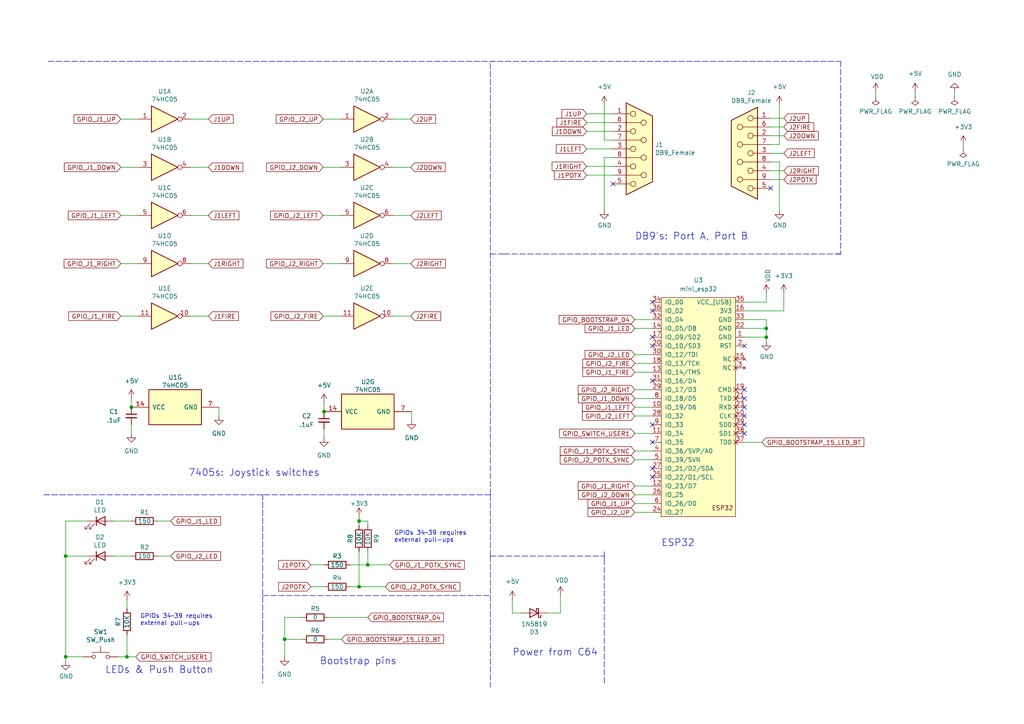
<source format=kicad_sch>
(kicad_sch (version 20211123) (generator eeschema)
  (paper "A4")
  (title_block (title "Unijoysticle 2 - Flashparty Edition") (date "2022-07-30") (rev "A") (company "Retro Moe") (comment 1 "Ricardo Quesada"))
  (lib_symbols
    (symbol "74xx:74LS05" (pin_names (offset 1.016))
      (property "Reference" "U" (at 0 1.27 0))
      (property "Value" "74LS05" (at 0 -1.27 0))
      (symbol "74LS05_1_0"
        (polyline (pts (xy -3.81 3.81) (xy -3.81 -3.81) (xy 3.81 0) (xy -3.81 3.81)) (stroke (width 0.254)) (fill (type background)))
        (pin input line (at -7.62 0 0) (length 3.81) (name "~") (number "1"))
        (pin open_collector inverted (at 7.62 0 180) (length 3.81) (name "~") (number "2"))
      )
      (symbol "74LS05_2_0"
        (polyline (pts (xy -3.81 3.81) (xy -3.81 -3.81) (xy 3.81 0) (xy -3.81 3.81)) (stroke (width 0.254)) (fill (type background)))
        (pin input line (at -7.62 0 0) (length 3.81) (name "~") (number "3"))
        (pin open_collector inverted (at 7.62 0 180) (length 3.81) (name "~") (number "4"))
      )
      (symbol "74LS05_3_0"
        (polyline (pts (xy -3.81 3.81) (xy -3.81 -3.81) (xy 3.81 0) (xy -3.81 3.81)) (stroke (width 0.254)) (fill (type background)))
        (pin input line (at -7.62 0 0) (length 3.81) (name "~") (number "5"))
        (pin open_collector inverted (at 7.62 0 180) (length 3.81) (name "~") (number "6"))
      )
      (symbol "74LS05_4_0"
        (polyline (pts (xy -3.81 3.81) (xy -3.81 -3.81) (xy 3.81 0) (xy -3.81 3.81)) (stroke (width 0.254)) (fill (type background)))
        (pin open_collector inverted (at 7.62 0 180) (length 3.81) (name "~") (number "8"))
        (pin input line (at -7.62 0 0) (length 3.81) (name "~") (number "9"))
      )
      (symbol "74LS05_5_0"
        (polyline (pts (xy -3.81 3.81) (xy -3.81 -3.81) (xy 3.81 0) (xy -3.81 3.81)) (stroke (width 0.254)) (fill (type background)))
        (pin open_collector inverted (at 7.62 0 180) (length 3.81) (name "~") (number "10"))
        (pin input line (at -7.62 0 0) (length 3.81) (name "~") (number "11"))
      )
      (symbol "74LS05_6_0"
        (polyline (pts (xy -3.81 3.81) (xy -3.81 -3.81) (xy 3.81 0) (xy -3.81 3.81)) (stroke (width 0.254)) (fill (type background)))
        (pin open_collector inverted (at 7.62 0 180) (length 3.81) (name "~") (number "12"))
        (pin input line (at -7.62 0 0) (length 3.81) (name "~") (number "13"))
      )
      (symbol "74LS05_7_0"
        (pin power_in line (at 0 12.7 270) (length 5.08) (name "VCC") (number "14"))
        (pin power_in line (at 0 -12.7 90) (length 5.08) (name "GND") (number "7"))
      )
      (symbol "74LS05_7_1"
        (rectangle (start -5.08 7.62) (end 5.08 -7.62) (stroke (width 0.254)) (fill (type background)))
      )
    )
    (symbol "Connector:DB9_Female" (pin_names (offset 1.016) hide)
      (property "Reference" "J" (at 0 13.97 0))
      (property "Value" "DB9_Female" (at 0 -14.605 0))
      (symbol "DB9_Female_0_1"
        (circle (center -1.778 -10.16) (radius 0.762))
        (circle (center -1.778 -5.08) (radius 0.762))
        (circle (center -1.778 0) (radius 0.762))
        (circle (center -1.778 5.08) (radius 0.762))
        (circle (center -1.778 10.16) (radius 0.762))
        (polyline (pts (xy -3.81 -10.16) (xy -2.54 -10.16)))
        (polyline (pts (xy -3.81 -7.62) (xy 0.508 -7.62)))
        (polyline (pts (xy -3.81 -5.08) (xy -2.54 -5.08)))
        (polyline (pts (xy -3.81 -2.54) (xy 0.508 -2.54)))
        (polyline (pts (xy -3.81 0) (xy -2.54 0)))
        (polyline (pts (xy -3.81 2.54) (xy 0.508 2.54)))
        (polyline (pts (xy -3.81 5.08) (xy -2.54 5.08)))
        (polyline (pts (xy -3.81 7.62) (xy 0.508 7.62)))
        (polyline (pts (xy -3.81 10.16) (xy -2.54 10.16)))
        (polyline (pts (xy -3.81 13.335) (xy -3.81 -13.335) (xy 3.81 -9.525) (xy 3.81 9.525) (xy -3.81 13.335)) (stroke (width 0.254)) (fill (type background)))
        (circle (center 1.27 -7.62) (radius 0.762))
        (circle (center 1.27 -2.54) (radius 0.762))
        (circle (center 1.27 2.54) (radius 0.762))
        (circle (center 1.27 7.62) (radius 0.762))
      )
      (symbol "DB9_Female_1_1"
        (pin passive line (at -7.62 10.16 0) (length 3.81) (name "1") (number "1"))
        (pin passive line (at -7.62 5.08 0) (length 3.81) (name "2") (number "2"))
        (pin passive line (at -7.62 0 0) (length 3.81) (name "3") (number "3"))
        (pin passive line (at -7.62 -5.08 0) (length 3.81) (name "4") (number "4"))
        (pin passive line (at -7.62 -10.16 0) (length 3.81) (name "5") (number "5"))
        (pin passive line (at -7.62 7.62 0) (length 3.81) (name "6") (number "6"))
        (pin passive line (at -7.62 2.54 0) (length 3.81) (name "7") (number "7"))
        (pin passive line (at -7.62 -2.54 0) (length 3.81) (name "8") (number "8"))
        (pin passive line (at -7.62 -7.62 0) (length 3.81) (name "9") (number "9"))
      )
    )
    (symbol "Device:C_Small" (pin_numbers hide) (pin_names (offset 0.254) hide)
      (property "Reference" "C" (at 0.254 1.778 0))
      (property "Value" "C_Small" (at 0.254 -2.032 0))
      (symbol "C_Small_0_1"
        (polyline (pts (xy -1.524 -0.508) (xy 1.524 -0.508)) (stroke (width 0.3302)))
        (polyline (pts (xy -1.524 0.508) (xy 1.524 0.508)) (stroke (width 0.3048)))
      )
      (symbol "C_Small_1_1"
        (pin passive line (at 0 2.54 270) (length 2.032) (name "~") (number "1"))
        (pin passive line (at 0 -2.54 90) (length 2.032) (name "~") (number "2"))
      )
    )
    (symbol "Device:LED" (pin_numbers hide) (pin_names (offset 1.016) hide)
      (property "Reference" "D" (at 0 2.54 0))
      (property "Value" "LED" (at 0 -2.54 0))
      (symbol "LED_0_1"
        (polyline (pts (xy -1.27 -1.27) (xy -1.27 1.27)) (stroke (width 0.254)))
        (polyline (pts (xy -1.27 0) (xy 1.27 0)))
        (polyline (pts (xy 1.27 -1.27) (xy 1.27 1.27) (xy -1.27 0) (xy 1.27 -1.27)) (stroke (width 0.254)))
        (polyline (pts (xy -3.048 -0.762) (xy -4.572 -2.286) (xy -3.81 -2.286) (xy -4.572 -2.286) (xy -4.572 -1.524)))
        (polyline (pts (xy -1.778 -0.762) (xy -3.302 -2.286) (xy -2.54 -2.286) (xy -3.302 -2.286) (xy -3.302 -1.524)))
      )
      (symbol "LED_1_1"
        (pin passive line (at -3.81 0 0) (length 2.54) (name "K") (number "1"))
        (pin passive line (at 3.81 0 180) (length 2.54) (name "A") (number "2"))
      )
    )
    (symbol "Device:R" (pin_numbers hide) (pin_names (offset 0))
      (property "Reference" "R" (at 2.032 0 90))
      (property "Value" "R" (at 0 0 90))
      (symbol "R_0_1"
        (rectangle (start -1.016 -2.54) (end 1.016 2.54) (stroke (width 0.254)))
      )
      (symbol "R_1_1"
        (pin passive line (at 0 3.81 270) (length 1.27) (name "~") (number "1"))
        (pin passive line (at 0 -3.81 90) (length 1.27) (name "~") (number "2"))
      )
    )
    (symbol "Diode:1N5819" (pin_numbers hide) (pin_names (offset 1.016) hide)
      (property "Reference" "D" (at 0 2.54 0))
      (property "Value" "1N5819" (at 0 -2.54 0))
      (symbol "1N5819_0_1"
        (polyline (pts (xy 1.27 0) (xy -1.27 0)))
        (polyline (pts (xy 1.27 1.27) (xy 1.27 -1.27) (xy -1.27 0) (xy 1.27 1.27)) (stroke (width 0.254)))
        (polyline (pts (xy -1.905 0.635) (xy -1.905 1.27) (xy -1.27 1.27) (xy -1.27 -1.27) (xy -0.635 -1.27) (xy -0.635 -0.635)) (stroke (width 0.254)))
      )
      (symbol "1N5819_1_1"
        (pin passive line (at -3.81 0 0) (length 2.54) (name "K") (number "1"))
        (pin passive line (at 3.81 0 180) (length 2.54) (name "A") (number "2"))
      )
    )
    (symbol "ESP32_mini:mini_esp32" (pin_names (offset 1.016))
      (property "Reference" "U" (at -7.62 -50.8 0))
      (property "Value" "mini_esp32" (at 5.08 -59.69 0))
      (symbol "mini_esp32_0_0"
        (text "ESP32" (at 7.62 -62.23 0) (effects (font (size 1.27 1.27))))
        (pin power_in line (at 13.97 -12.7 180) (length 2.54) (name "GND") (number "1"))
        (pin input line (at 13.97 -15.24 180) (length 2.54) (name "RST") (number "2"))
        (pin no_connect non_logic (at 13.97 -21.59 180) (length 2.54) (name "NC") (number "3"))
        (pin bidirectional line (at -12.7 -45.72 0) (length 2.54) (name "IO_36/SVP/A0") (number "4"))
        (pin bidirectional line (at -12.7 -48.26 0) (length 2.54) (name "IO_39/SVN") (number "5"))
      )
      (symbol "mini_esp32_0_1"
        (rectangle (start -10.16 -1.27) (end 11.43 -64.77) (fill (type background)))
      )
      (symbol "mini_esp32_1_1"
        (pin bidirectional line (at -12.7 -33.02 0) (length 2.54) (name "IO_19/D6") (number "10"))
        (pin bidirectional line (at -12.7 -40.64 0) (length 2.54) (name "IO_34") (number "11"))
        (pin bidirectional line (at -12.7 -55.88 0) (length 2.54) (name "IO_23/D7") (number "12"))
        (pin bidirectional line (at -12.7 -22.86 0) (length 2.54) (name "IO_14/TMS") (number "13"))
        (pin bidirectional line (at -12.7 -10.16 0) (length 2.54) (name "IO_05/D8") (number "14"))
        (pin no_connect non_logic (at 13.97 -19.05 180) (length 2.54) (name "NC") (number "15"))
        (pin power_in line (at 13.97 -5.08 180) (length 2.54) (name "3V3") (number "16"))
        (pin bidirectional line (at -12.7 -12.7 0) (length 2.54) (name "IO_09/SD2") (number "17"))
        (pin bidirectional line (at -12.7 -20.32 0) (length 2.54) (name "IO_13/TCK") (number "18"))
        (pin passive non_logic (at 13.97 -27.94 180) (length 2.54) (name "CMD") (number "19"))
        (pin bidirectional line (at -12.7 -15.24 0) (length 2.54) (name "IO_10/SD3") (number "20"))
        (pin passive non_logic (at 13.97 -30.48 180) (length 2.54) (name "TXD") (number "21"))
        (pin power_in line (at 13.97 -10.16 180) (length 2.54) (name "GND") (number "22"))
        (pin passive non_logic (at 13.97 -33.02 180) (length 2.54) (name "RXD") (number "23"))
        (pin bidirectional line (at -12.7 -63.5 0) (length 2.54) (name "IO_27") (number "24"))
        (pin bidirectional line (at -12.7 -53.34 0) (length 2.54) (name "IO_22/D1/SCL") (number "25"))
        (pin bidirectional line (at -12.7 -58.42 0) (length 2.54) (name "IO_25") (number "26"))
        (pin bidirectional line (at -12.7 -50.8 0) (length 2.54) (name "IO_21/D2/SDA") (number "27"))
        (pin bidirectional line (at -12.7 -35.56 0) (length 2.54) (name "IO_32") (number "28"))
        (pin bidirectional line (at -12.7 -27.94 0) (length 2.54) (name "IO_17/D3") (number "29"))
        (pin bidirectional line (at -12.7 -17.78 0) (length 2.54) (name "IO_12/TDI") (number "30"))
        (pin bidirectional line (at -12.7 -25.4 0) (length 2.54) (name "IO_16/D4") (number "31"))
        (pin bidirectional line (at -12.7 -7.62 0) (length 2.54) (name "IO_04") (number "32"))
        (pin power_in line (at 13.97 -7.62 180) (length 2.54) (name "GND") (number "33"))
        (pin bidirectional line (at -12.7 -2.54 0) (length 2.54) (name "IO_00") (number "34"))
        (pin power_in line (at 13.97 -2.54 180) (length 2.54) (name "VCC_(USB)") (number "35"))
        (pin bidirectional line (at -12.7 -5.08 0) (length 2.54) (name "IO_02") (number "36"))
        (pin passive non_logic (at 13.97 -43.18 180) (length 2.54) (name "TD0") (number "37"))
        (pin passive non_logic (at 13.97 -40.64 180) (length 2.54) (name "SD1") (number "38"))
        (pin passive non_logic (at 13.97 -38.1 180) (length 2.54) (name "SD0") (number "39"))
        (pin passive non_logic (at 13.97 -35.56 180) (length 2.54) (name "CLK") (number "40"))
        (pin bidirectional line (at -12.7 -60.96 0) (length 2.54) (name "IO_26/D0") (number "6"))
        (pin bidirectional line (at -12.7 -43.18 0) (length 2.54) (name "IO_35") (number "7"))
        (pin bidirectional line (at -12.7 -30.48 0) (length 2.54) (name "IO_18/D5") (number "8"))
        (pin bidirectional line (at -12.7 -38.1 0) (length 2.54) (name "IO_33") (number "9"))
      )
    )
    (symbol "Switch:SW_Push" (pin_numbers hide) (pin_names (offset 1.016) hide)
      (property "Reference" "SW" (at 1.27 2.54 0))
      (property "Value" "SW_Push" (at 0 -1.524 0))
      (symbol "SW_Push_0_1"
        (circle (center -2.032 0) (radius 0.508))
        (polyline (pts (xy 0 1.27) (xy 0 3.048)))
        (polyline (pts (xy 2.54 1.27) (xy -2.54 1.27)))
        (circle (center 2.032 0) (radius 0.508))
        (pin passive line (at -5.08 0 0) (length 2.54) (name "1") (number "1"))
        (pin passive line (at 5.08 0 180) (length 2.54) (name "2") (number "2"))
      )
    )
    (symbol "power:+3V3" (power) (pin_names (offset 0))
      (property "Value" "+3V3" (at 0 3.556 0))
      (symbol "+3V3_0_1"
        (polyline (pts (xy -0.762 1.27) (xy 0 2.54)))
        (polyline (pts (xy 0 0) (xy 0 2.54)))
        (polyline (pts (xy 0 2.54) (xy 0.762 1.27)))
      )
      (symbol "+3V3_1_1"
        (pin power_in line (at 0 0 90) (length 0) hide (name "+3V3") (number "1"))
      )
    )
    (symbol "power:+5V" (power) (pin_names (offset 0))
      (property "Value" "+5V" (at 0 3.556 0))
      (symbol "+5V_0_1"
        (polyline (pts (xy -0.762 1.27) (xy 0 2.54)))
        (polyline (pts (xy 0 0) (xy 0 2.54)))
        (polyline (pts (xy 0 2.54) (xy 0.762 1.27)))
      )
      (symbol "+5V_1_1"
        (pin power_in line (at 0 0 90) (length 0) hide (name "+5V") (number "1"))
      )
    )
    (symbol "power:GND" (power) (pin_names (offset 0))
      (property "Value" "GND" (at 0 -3.81 0))
      (symbol "GND_0_1"
        (polyline (pts (xy 0 0) (xy 0 -1.27) (xy 1.27 -1.27) (xy 0 -2.54) (xy -1.27 -1.27) (xy 0 -1.27)))
      )
      (symbol "GND_1_1"
        (pin power_in line (at 0 0 270) (length 0) hide (name "GND") (number "1"))
      )
    )
    (symbol "power:PWR_FLAG" (power) (pin_numbers hide) (pin_names (offset 0) hide)
      (property "Value" "PWR_FLAG" (at 0 3.81 0))
      (symbol "PWR_FLAG_0_0"
        (pin power_out line (at 0 0 90) (length 0) (name "pwr") (number "1"))
      )
      (symbol "PWR_FLAG_0_1"
        (polyline (pts (xy 0 0) (xy 0 1.27) (xy -1.016 1.905) (xy 0 2.54) (xy 1.016 1.905) (xy 0 1.27)))
      )
    )
    (symbol "power:VDD" (power) (pin_names (offset 0))
      (property "Value" "VDD" (at 0 3.81 0))
      (symbol "VDD_0_1"
        (polyline (pts (xy -0.762 1.27) (xy 0 2.54)))
        (polyline (pts (xy 0 0) (xy 0 2.54)))
        (polyline (pts (xy 0 2.54) (xy 0.762 1.27)))
      )
      (symbol "VDD_1_1"
        (pin power_in line (at 0 0 90) (length 0) hide (name "VDD") (number "1"))
      )
    )
  )
  (junction (at 106.68 163.83))
  (junction (at 222.25 97.79))
  (junction (at 36.83 190.5))
  (junction (at 19.05 190.5))
  (junction (at 38.1 118.11))
  (junction (at 104.14 151.13))
  (junction (at 93.98 119.38))
  (junction (at 104.14 170.18))
  (junction (at 19.05 161.29))
  (junction (at 82.55 185.42))
  (junction (at 222.25 95.25))
  (no_connect (at 215.9 125.73))
  (no_connect (at 215.9 113.03))
  (no_connect (at 215.9 115.57))
  (no_connect (at 215.9 118.11))
  (no_connect (at 215.9 120.65))
  (no_connect (at 215.9 123.19))
  (no_connect (at 215.9 100.33))
  (no_connect (at 223.52 54.61))
  (no_connect (at 189.23 110.49))
  (no_connect (at 189.23 123.19))
  (no_connect (at 189.23 128.27))
  (no_connect (at 189.23 135.89))
  (no_connect (at 189.23 138.43))
  (no_connect (at 177.8 53.34))
  (no_connect (at 189.23 100.33))
  (no_connect (at 189.23 97.79))
  (no_connect (at 189.23 90.17))
  (no_connect (at 189.23 87.63))
  (wire (pts (xy 93.726 62.484) (xy 98.806 62.484)))
  (wire (pts (xy 55.372 76.454) (xy 60.452 76.454)))
  (polyline (pts (xy 76.2 172.72) (xy 142.24 172.72)))
  (polyline (pts (xy 142.24 161.29) (xy 175.26 161.29)))
  (wire (pts (xy 114.046 62.484) (xy 119.126 62.484)))
  (wire (pts (xy 82.55 179.07) (xy 82.55 185.42)))
  (wire (pts (xy 175.26 40.64) (xy 175.26 30.48)))
  (wire (pts (xy 148.59 173.99) (xy 148.59 177.8)))
  (polyline (pts (xy 12.7 143.51) (xy 76.2 143.51)))
  (wire (pts (xy 177.8 50.8) (xy 170.18 50.8)))
  (wire (pts (xy 35.052 34.544) (xy 40.132 34.544)))
  (wire (pts (xy 101.6 170.18) (xy 104.14 170.18)))
  (wire (pts (xy 93.98 119.38) (xy 93.98 116.84)))
  (wire (pts (xy 177.8 45.72) (xy 175.26 45.72)))
  (wire (pts (xy 45.72 161.29) (xy 49.53 161.29)))
  (wire (pts (xy 101.6 163.83) (xy 106.68 163.83)))
  (wire (pts (xy 93.726 48.514) (xy 98.806 48.514)))
  (polyline (pts (xy 175.26 161.29) (xy 175.26 162.56)))
  (wire (pts (xy 114.046 48.514) (xy 119.126 48.514)))
  (wire (pts (xy 93.726 91.694) (xy 98.806 91.694)))
  (wire (pts (xy 222.25 85.09) (xy 222.25 87.63)))
  (wire (pts (xy 223.52 36.83) (xy 227.33 36.83)))
  (wire (pts (xy 36.83 184.15) (xy 36.83 190.5)))
  (wire (pts (xy 104.14 149.86) (xy 104.14 151.13)))
  (polyline (pts (xy 142.24 73.66) (xy 146.05 73.66)))
  (wire (pts (xy 184.15 95.25) (xy 189.23 95.25)))
  (wire (pts (xy 162.56 177.8) (xy 162.56 172.72)))
  (wire (pts (xy 223.52 39.37) (xy 227.33 39.37)))
  (wire (pts (xy 106.68 160.02) (xy 106.68 163.83)))
  (wire (pts (xy 184.15 113.03) (xy 189.23 113.03)))
  (polyline (pts (xy 76.2 143.51) (xy 76.2 144.78)))
  (wire (pts (xy 114.046 34.544) (xy 119.126 34.544)))
  (wire (pts (xy 215.9 128.27) (xy 220.98 128.27)))
  (wire (pts (xy 227.33 44.45) (xy 223.52 44.45)))
  (wire (pts (xy 19.05 190.5) (xy 19.05 191.77)))
  (wire (pts (xy 279.4 41.91) (xy 279.4 43.18)))
  (polyline (pts (xy 243.84 73.66) (xy 242.57 73.66)))
  (wire (pts (xy 104.14 151.13) (xy 106.68 151.13)))
  (wire (pts (xy 55.372 34.544) (xy 60.452 34.544)))
  (polyline (pts (xy 142.24 143.51) (xy 142.24 161.29)))
  (wire (pts (xy 82.55 185.42) (xy 87.63 185.42)))
  (wire (pts (xy 184.15 102.87) (xy 189.23 102.87)))
  (wire (pts (xy 19.05 161.29) (xy 19.05 190.5)))
  (wire (pts (xy 25.4 151.13) (xy 19.05 151.13)))
  (wire (pts (xy 175.26 45.72) (xy 175.26 60.96)))
  (wire (pts (xy 222.25 95.25) (xy 222.25 97.79)))
  (wire (pts (xy 38.1 123.19) (xy 38.1 125.73)))
  (wire (pts (xy 106.68 163.83) (xy 113.03 163.83)))
  (wire (pts (xy 106.68 151.13) (xy 106.68 152.4)))
  (wire (pts (xy 93.726 76.454) (xy 98.806 76.454)))
  (wire (pts (xy 119.38 119.38) (xy 119.38 121.92)))
  (wire (pts (xy 93.98 124.46) (xy 93.98 127)))
  (polyline (pts (xy 243.84 17.78) (xy 243.84 73.66)))
  (wire (pts (xy 184.15 148.59) (xy 189.23 148.59)))
  (wire (pts (xy 177.8 33.02) (xy 170.18 33.02)))
  (wire (pts (xy 215.9 95.25) (xy 222.25 95.25)))
  (wire (pts (xy 184.15 105.41) (xy 189.23 105.41)))
  (wire (pts (xy 215.9 92.71) (xy 222.25 92.71)))
  (wire (pts (xy 223.52 34.29) (xy 227.33 34.29)))
  (wire (pts (xy 36.83 190.5) (xy 39.37 190.5)))
  (wire (pts (xy 254 26.67) (xy 254 27.94)))
  (wire (pts (xy 227.33 49.53) (xy 223.52 49.53)))
  (wire (pts (xy 114.046 91.694) (xy 119.126 91.694)))
  (wire (pts (xy 215.9 87.63) (xy 222.25 87.63)))
  (wire (pts (xy 63.5 118.11) (xy 63.5 120.65)))
  (wire (pts (xy 177.8 35.56) (xy 170.18 35.56)))
  (wire (pts (xy 95.25 179.07) (xy 106.68 179.07)))
  (wire (pts (xy 184.15 133.35) (xy 189.23 133.35)))
  (polyline (pts (xy 142.24 17.78) (xy 143.51 17.78)))
  (wire (pts (xy 184.15 125.73) (xy 189.23 125.73)))
  (wire (pts (xy 158.75 177.8) (xy 162.56 177.8)))
  (polyline (pts (xy 76.2 181.61) (xy 76.2 143.51)))
  (wire (pts (xy 25.4 161.29) (xy 19.05 161.29)))
  (wire (pts (xy 104.14 170.18) (xy 111.76 170.18)))
  (wire (pts (xy 177.8 43.18) (xy 170.18 43.18)))
  (wire (pts (xy 227.33 85.09) (xy 227.33 90.17)))
  (wire (pts (xy 35.052 91.694) (xy 40.132 91.694)))
  (wire (pts (xy 215.9 97.79) (xy 222.25 97.79)))
  (wire (pts (xy 33.02 161.29) (xy 38.1 161.29)))
  (wire (pts (xy 184.15 92.71) (xy 189.23 92.71)))
  (wire (pts (xy 222.25 99.06) (xy 222.25 97.79)))
  (wire (pts (xy 34.29 190.5) (xy 36.83 190.5)))
  (wire (pts (xy 55.372 48.514) (xy 60.452 48.514)))
  (wire (pts (xy 177.8 48.26) (xy 170.18 48.26)))
  (wire (pts (xy 184.15 107.95) (xy 189.23 107.95)))
  (wire (pts (xy 93.726 34.544) (xy 98.806 34.544)))
  (wire (pts (xy 38.1 118.11) (xy 38.1 115.57)))
  (wire (pts (xy 184.15 130.81) (xy 189.23 130.81)))
  (wire (pts (xy 90.17 170.18) (xy 93.98 170.18)))
  (wire (pts (xy 177.8 38.1) (xy 170.18 38.1)))
  (wire (pts (xy 104.14 151.13) (xy 104.14 152.4)))
  (wire (pts (xy 184.15 118.11) (xy 189.23 118.11)))
  (wire (pts (xy 35.052 48.514) (xy 40.132 48.514)))
  (wire (pts (xy 36.83 173.99) (xy 36.83 176.53)))
  (polyline (pts (xy 142.24 143.51) (xy 76.2 143.51)))
  (wire (pts (xy 95.25 185.42) (xy 99.06 185.42)))
  (polyline (pts (xy 175.26 198.12) (xy 175.26 160.02)))
  (wire (pts (xy 33.02 151.13) (xy 38.1 151.13)))
  (polyline (pts (xy 76.2 181.61) (xy 76.2 198.12)))
  (wire (pts (xy 55.372 62.484) (xy 60.452 62.484)))
  (wire (pts (xy 276.86 26.67) (xy 276.86 27.94)))
  (wire (pts (xy 19.05 151.13) (xy 19.05 161.29)))
  (wire (pts (xy 35.052 76.454) (xy 40.132 76.454)))
  (wire (pts (xy 184.15 115.57) (xy 189.23 115.57)))
  (wire (pts (xy 215.9 90.17) (xy 227.33 90.17)))
  (wire (pts (xy 82.55 185.42) (xy 82.55 190.5)))
  (wire (pts (xy 90.17 163.83) (xy 93.98 163.83)))
  (wire (pts (xy 222.25 92.71) (xy 222.25 95.25)))
  (polyline (pts (xy 13.97 17.78) (xy 243.84 17.78)))
  (wire (pts (xy 223.52 46.99) (xy 226.06 46.99)))
  (wire (pts (xy 265.43 26.67) (xy 265.43 27.94)))
  (wire (pts (xy 226.06 46.99) (xy 226.06 60.96)))
  (wire (pts (xy 82.55 179.07) (xy 87.63 179.07)))
  (wire (pts (xy 184.15 146.05) (xy 189.23 146.05)))
  (wire (pts (xy 35.052 62.484) (xy 40.132 62.484)))
  (wire (pts (xy 114.046 76.454) (xy 119.126 76.454)))
  (wire (pts (xy 45.72 151.13) (xy 49.53 151.13)))
  (wire (pts (xy 223.52 52.07) (xy 227.33 52.07)))
  (polyline (pts (xy 142.24 161.29) (xy 142.24 199.39)))
  (polyline (pts (xy 243.84 73.66) (xy 146.05 73.66)))
  (wire (pts (xy 104.14 160.02) (xy 104.14 170.18)))
  (wire (pts (xy 177.8 40.64) (xy 175.26 40.64)))
  (wire (pts (xy 223.52 41.91) (xy 226.06 41.91)))
  (wire (pts (xy 19.05 190.5) (xy 24.13 190.5)))
  (wire (pts (xy 148.59 177.8) (xy 151.13 177.8)))
  (wire (pts (xy 184.15 120.65) (xy 189.23 120.65)))
  (wire (pts (xy 55.372 91.694) (xy 60.452 91.694)))
  (wire (pts (xy 184.15 143.51) (xy 189.23 143.51)))
  (polyline (pts (xy 142.24 143.51) (xy 142.24 17.78)))
  (wire (pts (xy 226.06 41.91) (xy 226.06 30.48)))
  (wire (pts (xy 184.15 140.97) (xy 189.23 140.97)))
  (text "ESP32" (at 191.77 158.75 0) (effects (font (size 2.0066 2.0066)) (justify left bottom)))
  (text "DB9's: Port A, Port B" (at 184.15 69.85 0) (effects (font (size 2.0066 2.0066)) (justify left bottom)))
  (text "GPIOs 34~39 requires\nexternal pull-ups" (at 40.64 181.61 0) (effects (font (size 1.27 1.27)) (justify left bottom)))
  (text "GPIOs 34~39 requires\nexternal pull-ups" (at 114.3 157.48 0) (effects (font (size 1.27 1.27)) (justify left bottom)))
  (text "Bootstrap pins" (at 92.71 193.04 0) (effects (font (size 2.0066 2.0066)) (justify left bottom)))
  (text "LEDs & Push Button" (at 30.48 195.58 0) (effects (font (size 2.0066 2.0066)) (justify left bottom)))
  (text "7405s: Joystick switches" (at 54.61 138.43 0) (effects (font (size 2.0066 2.0066)) (justify left bottom)))
  (text "Power from C64" (at 148.59 190.5 0) (effects (font (size 2.0066 2.0066)) (justify left bottom)))
  (global_label "GPIO_J1_DOWN" (shape input) (at 184.15 115.57 180) (property "Intersheet References" "${INTERSHEET_REFS}" (effects hide)))
  (global_label "J2LEFT" (shape input) (at 227.33 44.45 0) (property "Intersheet References" "${INTERSHEET_REFS}" (effects hide)))
  (global_label "GPIO_J2_UP" (shape input) (at 184.15 148.59 180) (property "Intersheet References" "${INTERSHEET_REFS}" (effects hide)))
  (global_label "GPIO_J2_LEFT" (shape input) (at 184.15 120.65 180) (property "Intersheet References" "${INTERSHEET_REFS}" (effects hide)))
  (global_label "J1LEFT" (shape input) (at 170.18 43.18 180) (property "Intersheet References" "${INTERSHEET_REFS}" (effects hide)))
  (global_label "GPIO_SWITCH_USER1" (shape input) (at 184.15 125.73 180) (property "Intersheet References" "${INTERSHEET_REFS}" (effects hide)))
  (global_label "GPIO_J1_RIGHT" (shape input) (at 184.15 140.97 180) (property "Intersheet References" "${INTERSHEET_REFS}" (effects hide)))
  (global_label "GPIO_J1_UP" (shape input) (at 35.052 34.544 180) (property "Intersheet References" "${INTERSHEET_REFS}" (effects hide)))
  (global_label "GPIO_J1_FIRE" (shape input) (at 35.052 91.694 180) (property "Intersheet References" "${INTERSHEET_REFS}" (effects hide)))
  (global_label "J2POTX" (shape input) (at 90.17 170.18 180) (property "Intersheet References" "${INTERSHEET_REFS}" (effects hide)))
  (global_label "GPIO_J1_POTX_SYNC" (shape input) (at 184.15 130.81 180) (property "Intersheet References" "${INTERSHEET_REFS}" (effects hide)))
  (global_label "GPIO_J1_FIRE" (shape input) (at 184.15 107.95 180) (property "Intersheet References" "${INTERSHEET_REFS}" (effects hide)))
  (global_label "GPIO_J1_LED" (shape input) (at 49.53 151.13 0) (property "Intersheet References" "${INTERSHEET_REFS}" (effects hide)))
  (global_label "GPIO_BOOTSTRAP_15_LED_BT" (shape input) (at 220.98 128.27 0) (property "Intersheet References" "${INTERSHEET_REFS}" (effects hide)))
  (global_label "J1DOWN" (shape input) (at 170.18 38.1 180) (property "Intersheet References" "${INTERSHEET_REFS}" (effects hide)))
  (global_label "GPIO_J2_LED" (shape input) (at 184.15 102.87 180) (property "Intersheet References" "${INTERSHEET_REFS}" (effects hide)))
  (global_label "J2DOWN" (shape input) (at 227.33 39.37 0) (property "Intersheet References" "${INTERSHEET_REFS}" (effects hide)))
  (global_label "GPIO_J1_LED" (shape input) (at 184.15 95.25 180) (property "Intersheet References" "${INTERSHEET_REFS}" (effects hide)))
  (global_label "GPIO_J2_POTX_SYNC" (shape input) (at 111.76 170.18 0) (property "Intersheet References" "${INTERSHEET_REFS}" (effects hide)))
  (global_label "GPIO_J1_POTX_SYNC" (shape input) (at 113.03 163.83 0) (property "Intersheet References" "${INTERSHEET_REFS}" (effects hide)))
  (global_label "GPIO_BOOTSTRAP_04" (shape input) (at 106.68 179.07 0) (property "Intersheet References" "${INTERSHEET_REFS}" (effects hide)))
  (global_label "J1FIRE" (shape input) (at 170.18 35.56 180) (property "Intersheet References" "${INTERSHEET_REFS}" (effects hide)))
  (global_label "J1UP" (shape input) (at 170.18 33.02 180) (property "Intersheet References" "${INTERSHEET_REFS}" (effects hide)))
  (global_label "J2FIRE" (shape input) (at 119.126 91.694 0) (property "Intersheet References" "${INTERSHEET_REFS}" (effects hide)))
  (global_label "GPIO_J2_RIGHT" (shape input) (at 93.726 76.454 180) (property "Intersheet References" "${INTERSHEET_REFS}" (effects hide)))
  (global_label "J2LEFT" (shape input) (at 119.126 62.484 0) (property "Intersheet References" "${INTERSHEET_REFS}" (effects hide)))
  (global_label "GPIO_J2_UP" (shape input) (at 93.726 34.544 180) (property "Intersheet References" "${INTERSHEET_REFS}" (effects hide)))
  (global_label "J1DOWN" (shape input) (at 60.452 48.514 0) (property "Intersheet References" "${INTERSHEET_REFS}" (effects hide)))
  (global_label "GPIO_J2_POTX_SYNC" (shape input) (at 184.15 133.35 180) (property "Intersheet References" "${INTERSHEET_REFS}" (effects hide)))
  (global_label "GPIO_J2_FIRE" (shape input) (at 93.726 91.694 180) (property "Intersheet References" "${INTERSHEET_REFS}" (effects hide)))
  (global_label "GPIO_BOOTSTRAP_15_LED_BT" (shape input) (at 99.06 185.42 0) (property "Intersheet References" "${INTERSHEET_REFS}" (effects hide)))
  (global_label "J2FIRE" (shape input) (at 227.33 36.83 0) (property "Intersheet References" "${INTERSHEET_REFS}" (effects hide)))
  (global_label "J1POTX" (shape input) (at 170.18 50.8 180) (property "Intersheet References" "${INTERSHEET_REFS}" (effects hide)))
  (global_label "J1RIGHT" (shape input) (at 170.18 48.26 180) (property "Intersheet References" "${INTERSHEET_REFS}" (effects hide)))
  (global_label "J2POTX" (shape input) (at 227.33 52.07 0) (property "Intersheet References" "${INTERSHEET_REFS}" (effects hide)))
  (global_label "J1FIRE" (shape input) (at 60.452 91.694 0) (property "Intersheet References" "${INTERSHEET_REFS}" (effects hide)))
  (global_label "GPIO_J2_LEFT" (shape input) (at 93.726 62.484 180) (property "Intersheet References" "${INTERSHEET_REFS}" (effects hide)))
  (global_label "J2RIGHT" (shape input) (at 119.126 76.454 0) (property "Intersheet References" "${INTERSHEET_REFS}" (effects hide)))
  (global_label "J2UP" (shape input) (at 119.126 34.544 0) (property "Intersheet References" "${INTERSHEET_REFS}" (effects hide)))
  (global_label "GPIO_J1_LEFT" (shape input) (at 35.052 62.484 180) (property "Intersheet References" "${INTERSHEET_REFS}" (effects hide)))
  (global_label "GPIO_BOOTSTRAP_04" (shape input) (at 184.15 92.71 180) (property "Intersheet References" "${INTERSHEET_REFS}" (effects hide)))
  (global_label "J2UP" (shape input) (at 227.33 34.29 0) (property "Intersheet References" "${INTERSHEET_REFS}" (effects hide)))
  (global_label "GPIO_J2_LED" (shape input) (at 49.53 161.29 0) (property "Intersheet References" "${INTERSHEET_REFS}" (effects hide)))
  (global_label "GPIO_J2_DOWN" (shape input) (at 93.726 48.514 180) (property "Intersheet References" "${INTERSHEET_REFS}" (effects hide)))
  (global_label "GPIO_J1_RIGHT" (shape input) (at 35.052 76.454 180) (property "Intersheet References" "${INTERSHEET_REFS}" (effects hide)))
  (global_label "J2RIGHT" (shape input) (at 227.33 49.53 0) (property "Intersheet References" "${INTERSHEET_REFS}" (effects hide)))
  (global_label "J1RIGHT" (shape input) (at 60.452 76.454 0) (property "Intersheet References" "${INTERSHEET_REFS}" (effects hide)))
  (global_label "GPIO_J2_FIRE" (shape input) (at 184.15 105.41 180) (property "Intersheet References" "${INTERSHEET_REFS}" (effects hide)))
  (global_label "J1UP" (shape input) (at 60.452 34.544 0) (property "Intersheet References" "${INTERSHEET_REFS}" (effects hide)))
  (global_label "GPIO_SWITCH_USER1" (shape input) (at 39.37 190.5 0) (property "Intersheet References" "${INTERSHEET_REFS}" (effects hide)))
  (global_label "GPIO_J2_RIGHT" (shape input) (at 184.15 113.03 180) (property "Intersheet References" "${INTERSHEET_REFS}" (effects hide)))
  (global_label "GPIO_J2_DOWN" (shape input) (at 184.15 143.51 180) (property "Intersheet References" "${INTERSHEET_REFS}" (effects hide)))
  (global_label "J2DOWN" (shape input) (at 119.126 48.514 0) (property "Intersheet References" "${INTERSHEET_REFS}" (effects hide)))
  (global_label "GPIO_J1_DOWN" (shape input) (at 35.052 48.514 180) (property "Intersheet References" "${INTERSHEET_REFS}" (effects hide)))
  (global_label "J1POTX" (shape input) (at 90.17 163.83 180) (property "Intersheet References" "${INTERSHEET_REFS}" (effects hide)))
  (global_label "GPIO_J1_UP" (shape input) (at 184.15 146.05 180) (property "Intersheet References" "${INTERSHEET_REFS}" (effects hide)))
  (global_label "GPIO_J1_LEFT" (shape input) (at 184.15 118.11 180) (property "Intersheet References" "${INTERSHEET_REFS}" (effects hide)))
  (global_label "J1LEFT" (shape input) (at 60.452 62.484 0) (property "Intersheet References" "${INTERSHEET_REFS}" (effects hide)))
  (symbol (lib_id "power:GND") (at 222.25 99.06 0) (unit 1)
    (property "Reference" "#PWR0107" (effects hide))
    (property "Value" "GND" (at 222.377 103.4542 0))
  )
  (symbol (lib_id "power:VDD") (at 222.25 85.09 0) (unit 1)
    (property "Reference" "#PWR0104" (effects hide))
    (property "Value" "VDD" (at 222.7072 81.8642 90) (effects (justify left)))
  )
  (symbol (lib_id "Connector:DB9_Female") (at 185.42 43.18 0) (unit 1)
    (property "Reference" "J1" (at 189.9666 42.0116 0) (effects (justify left)))
    (property "Value" "DB9_Female" (at 189.9666 44.323 0) (effects (justify left)))
    (property "Footprint" "Connector_Dsub:DSUB-9_Female_Horizontal_P2.77x2.84mm_EdgePinOffset9.40mm" (effects hide))
  )
  (symbol (lib_id "Connector:DB9_Female") (at 215.9 44.45 0) (mirror y) (unit 1)
    (property "Reference" "J2" (at 217.932 26.8732 0))
    (property "Value" "DB9_Female" (at 217.932 29.1846 0))
    (property "Footprint" "Connector_Dsub:DSUB-9_Female_Horizontal_P2.77x2.84mm_EdgePinOffset9.40mm" (effects hide))
  )
  (symbol (lib_id "Device:LED") (at 29.21 151.13 0) (unit 1)
    (property "Reference" "D1" (at 28.9814 145.6436 0))
    (property "Value" "LED" (at 28.9814 147.955 0))
    (property "Footprint" "LED_THT:LED_D3.0mm" (effects hide))
  )
  (symbol (lib_id "Device:LED") (at 29.21 161.29 0) (unit 1)
    (property "Reference" "D2" (at 28.9814 155.8036 0))
    (property "Value" "LED" (at 28.9814 158.115 0))
    (property "Footprint" "LED_THT:LED_D3.0mm" (effects hide))
  )
  (symbol (lib_id "Switch:SW_Push") (at 29.21 190.5 0) (unit 1)
    (property "Reference" "SW1" (at 29.21 183.261 0))
    (property "Value" "SW_Push" (at 29.21 185.5724 0))
    (property "Footprint" "Button_Switch_THT:SW_Tactile_SPST_Angled_PTS645Vx39-2LFS" (effects hide))
  )
  (symbol (lib_id "power:GND") (at 175.26 60.96 0) (unit 1)
    (property "Reference" "#PWR0102" (effects hide))
    (property "Value" "GND" (at 175.387 65.3542 0))
  )
  (symbol (lib_id "power:GND") (at 226.06 60.96 0) (unit 1)
    (property "Reference" "#PWR0108" (effects hide))
    (property "Value" "GND" (at 226.187 65.3542 0))
  )
  (symbol (lib_id "power:GND") (at 19.05 191.77 0) (unit 1)
    (property "Reference" "#PWR0109" (effects hide))
    (property "Value" "GND" (at 19.177 196.1642 0))
  )
  (symbol (lib_id "Device:R") (at 41.91 161.29 270) (unit 1)
    (property "Reference" "R2" (at 41.91 158.75 90))
    (property "Value" "150" (at 41.91 161.29 90))
    (property "Footprint" "Resistor_THT:R_Axial_DIN0204_L3.6mm_D1.6mm_P7.62mm_Horizontal" (effects hide))
  )
  (symbol (lib_id "Device:R") (at 41.91 151.13 270) (unit 1)
    (property "Reference" "R1" (at 41.91 148.59 90))
    (property "Value" "150" (at 41.91 151.13 90))
    (property "Footprint" "Resistor_THT:R_Axial_DIN0204_L3.6mm_D1.6mm_P7.62mm_Horizontal" (effects hide))
  )
  (symbol (lib_id "74xx:74LS05") (at 47.752 34.544 0) (unit 1)
    (property "Reference" "U1" (at 47.752 26.4922 0))
    (property "Value" "74HC05" (at 47.752 28.8036 0))
    (property "Footprint" "Package_DIP:DIP-14_W7.62mm_Socket_LongPads" (effects hide))
    (property "Datasheet" "http://www.ti.com/lit/gpn/sn74LS05" (effects hide))
  )
  (symbol (lib_id "74xx:74LS05") (at 47.752 48.514 0) (unit 2)
    (property "Reference" "U1" (at 47.752 40.4622 0))
    (property "Value" "74HC05" (at 47.752 42.7736 0))
    (property "Footprint" "Package_DIP:DIP-14_W7.62mm_Socket_LongPads" (effects hide))
    (property "Datasheet" "http://www.ti.com/lit/gpn/sn74LS05" (effects hide))
  )
  (symbol (lib_id "74xx:74LS05") (at 47.752 62.484 0) (unit 3)
    (property "Reference" "U1" (at 47.752 54.4322 0))
    (property "Value" "74HC05" (at 47.752 56.7436 0))
    (property "Footprint" "Package_DIP:DIP-14_W7.62mm_Socket_LongPads" (effects hide))
    (property "Datasheet" "http://www.ti.com/lit/gpn/sn74LS05" (effects hide))
  )
  (symbol (lib_id "74xx:74LS05") (at 47.752 76.454 0) (unit 4)
    (property "Reference" "U1" (at 47.752 68.4022 0))
    (property "Value" "74HC05" (at 47.752 70.7136 0))
    (property "Footprint" "Package_DIP:DIP-14_W7.62mm_Socket_LongPads" (effects hide))
    (property "Datasheet" "http://www.ti.com/lit/gpn/sn74LS05" (effects hide))
  )
  (symbol (lib_id "74xx:74LS05") (at 47.752 91.694 0) (unit 5)
    (property "Reference" "U1" (at 47.752 83.6422 0))
    (property "Value" "74HC05" (at 47.752 85.9536 0))
    (property "Footprint" "Package_DIP:DIP-14_W7.62mm_Socket_LongPads" (effects hide))
    (property "Datasheet" "http://www.ti.com/lit/gpn/sn74LS05" (effects hide))
  )
  (symbol (lib_id "74xx:74LS05") (at 106.426 34.544 0) (unit 1)
    (property "Reference" "U2" (at 106.426 26.4922 0))
    (property "Value" "74HC05" (at 106.426 28.8036 0))
    (property "Footprint" "Package_DIP:DIP-14_W7.62mm_Socket_LongPads" (effects hide))
    (property "Datasheet" "http://www.ti.com/lit/gpn/sn74LS05" (effects hide))
  )
  (symbol (lib_id "74xx:74LS05") (at 106.426 48.514 0) (unit 2)
    (property "Reference" "U2" (at 106.426 40.4622 0))
    (property "Value" "74HC05" (at 106.426 42.7736 0))
    (property "Footprint" "Package_DIP:DIP-14_W7.62mm_Socket_LongPads" (effects hide))
    (property "Datasheet" "http://www.ti.com/lit/gpn/sn74LS05" (effects hide))
  )
  (symbol (lib_id "74xx:74LS05") (at 106.426 62.484 0) (unit 3)
    (property "Reference" "U2" (at 106.426 54.4322 0))
    (property "Value" "74HC05" (at 106.426 56.7436 0))
    (property "Footprint" "Package_DIP:DIP-14_W7.62mm_Socket_LongPads" (effects hide))
    (property "Datasheet" "http://www.ti.com/lit/gpn/sn74LS05" (effects hide))
  )
  (symbol (lib_id "74xx:74LS05") (at 106.426 76.454 0) (unit 4)
    (property "Reference" "U2" (at 106.426 68.4022 0))
    (property "Value" "74HC05" (at 106.426 70.7136 0))
    (property "Footprint" "Package_DIP:DIP-14_W7.62mm_Socket_LongPads" (effects hide))
    (property "Datasheet" "http://www.ti.com/lit/gpn/sn74LS05" (effects hide))
  )
  (symbol (lib_id "74xx:74LS05") (at 106.426 91.694 0) (unit 5)
    (property "Reference" "U2" (at 106.426 83.6422 0))
    (property "Value" "74HC05" (at 106.426 85.9536 0))
    (property "Footprint" "Package_DIP:DIP-14_W7.62mm_Socket_LongPads" (effects hide))
    (property "Datasheet" "http://www.ti.com/lit/gpn/sn74LS05" (effects hide))
  )
  (symbol (lib_id "power:VDD") (at 162.56 172.72 0) (unit 1)
    (property "Reference" "#PWR0112" (effects hide))
    (property "Value" "VDD" (at 162.9918 168.3258 0))
  )
  (symbol (lib_id "power:PWR_FLAG") (at 265.43 27.94 180) (unit 1)
    (property "Reference" "#FLG0102" (effects hide))
    (property "Value" "PWR_FLAG" (at 265.43 32.3342 0))
  )
  (symbol (lib_id "power:VDD") (at 254 26.67 0) (unit 1)
    (property "Reference" "#PWR0101" (effects hide))
    (property "Value" "VDD" (at 254.4318 22.2758 0))
  )
  (symbol (lib_id "power:PWR_FLAG") (at 254 27.94 180) (unit 1)
    (property "Reference" "#FLG0101" (effects hide))
    (property "Value" "PWR_FLAG" (at 254 32.3342 0))
  )
  (symbol (lib_id "Diode:1N5819") (at 154.94 177.8 180) (unit 1)
    (property "Reference" "D3" (at 154.94 183.3118 0))
    (property "Value" "1N5819" (at 154.94 181.0004 0))
    (property "Footprint" "Diode_THT:D_DO-41_SOD81_P7.62mm_Horizontal" (effects hide))
    (property "Datasheet" "http://www.vishay.com/docs/88525/1n5817.pdf" (effects hide))
  )
  (symbol (lib_id "power:PWR_FLAG") (at 279.4 43.18 180) (unit 1)
    (property "Reference" "#FLG0104" (effects hide))
    (property "Value" "PWR_FLAG" (at 279.4 47.5742 0))
  )
  (symbol (lib_id "power:GND") (at 93.98 127 0) (unit 1)
    (property "Reference" "#PWR0117" (effects hide))
    (property "Value" "GND" (at 93.98 132.08 0))
  )
  (symbol (lib_id "74xx:74LS05") (at 106.68 119.38 90) (unit 7)
    (property "Reference" "U2" (at 108.712 110.744 90) (effects (justify left)))
    (property "Value" "74HC05" (at 110.49 113.03 90) (effects (justify left)))
    (property "Footprint" "Package_DIP:DIP-14_W7.62mm_Socket_LongPads" (effects hide))
    (property "Datasheet" "http://www.ti.com/lit/gpn/sn74LS05" (effects hide))
  )
  (symbol (lib_id "Device:R") (at 97.79 170.18 90) (unit 1)
    (property "Reference" "R4" (at 97.79 167.64 90))
    (property "Value" "150" (at 97.79 170.18 90))
    (property "Footprint" "Resistor_THT:R_Axial_DIN0204_L3.6mm_D1.6mm_P7.62mm_Horizontal" (effects hide))
  )
  (symbol (lib_id "74xx:74LS05") (at 50.8 118.11 90) (unit 7)
    (property "Reference" "U1" (at 52.832 109.474 90) (effects (justify left)))
    (property "Value" "74HC05" (at 54.61 111.76 90) (effects (justify left)))
    (property "Footprint" "Package_DIP:DIP-14_W7.62mm_Socket_LongPads" (effects hide))
    (property "Datasheet" "http://www.ti.com/lit/gpn/sn74LS05" (effects hide))
  )
  (symbol (lib_id "power:+3V3") (at 279.4 41.91 0) (unit 1)
    (property "Reference" "#PWR0116" (effects hide))
    (property "Value" "+3V3" (at 279.4 36.83 0))
  )
  (symbol (lib_id "power:+5V") (at 93.98 116.84 0) (unit 1)
    (property "Reference" "#PWR0115" (effects hide))
    (property "Value" "+5V" (at 93.98 111.76 0))
  )
  (symbol (lib_id "power:PWR_FLAG") (at 276.86 27.94 180) (unit 1)
    (property "Reference" "#FLG0103" (effects hide))
    (property "Value" "PWR_FLAG" (at 276.86 32.3342 0))
  )
  (symbol (lib_id "Device:R") (at 106.68 156.21 180) (unit 1)
    (property "Reference" "R9" (at 109.22 156.21 90))
    (property "Value" "10K" (at 106.68 156.21 90))
    (property "Footprint" "Resistor_THT:R_Axial_DIN0204_L3.6mm_D1.6mm_P7.62mm_Horizontal" (effects hide))
  )
  (symbol (lib_id "power:GND") (at 63.5 120.65 0) (unit 1)
    (property "Reference" "#PWR0114" (effects hide))
    (property "Value" "GND" (at 63.5 125.73 0))
  )
  (symbol (lib_id "power:GND") (at 276.86 26.67 180) (unit 1)
    (property "Reference" "#PWR0119" (effects hide))
    (property "Value" "GND" (at 276.86 21.59 0))
  )
  (symbol (lib_id "Device:R") (at 91.44 179.07 90) (unit 1)
    (property "Reference" "R5" (at 91.44 176.53 90))
    (property "Value" "0" (at 91.44 179.07 90))
    (property "Footprint" "Resistor_THT:R_Axial_DIN0204_L3.6mm_D1.6mm_P7.62mm_Horizontal" (effects hide))
  )
  (symbol (lib_id "power:GND") (at 82.55 190.5 0) (unit 1)
    (property "Reference" "#PWR01" (effects hide))
    (property "Value" "GND" (at 82.55 195.58 0))
  )
  (symbol (lib_id "Device:R") (at 104.14 156.21 180) (unit 1)
    (property "Reference" "R8" (at 101.6 156.21 90))
    (property "Value" "10K" (at 104.14 156.21 90))
    (property "Footprint" "Resistor_THT:R_Axial_DIN0204_L3.6mm_D1.6mm_P7.62mm_Horizontal" (effects hide))
  )
  (symbol (lib_id "power:+5V") (at 175.26 30.48 0) (unit 1)
    (property "Reference" "#PWR0113" (effects hide))
    (property "Value" "+5V" (at 175.26 25.146 0))
  )
  (symbol (lib_id "power:GND") (at 119.38 121.92 0) (unit 1)
    (property "Reference" "#PWR0118" (effects hide))
    (property "Value" "GND" (at 119.38 127 0))
  )
  (symbol (lib_id "power:+3V3") (at 36.83 173.99 0) (unit 1)
    (property "Reference" "#PWR0120" (effects hide))
    (property "Value" "+3V3" (at 36.83 168.91 0))
  )
  (symbol (lib_id "power:+5V") (at 226.06 30.48 0) (unit 1)
    (property "Reference" "#PWR0106" (effects hide))
    (property "Value" "+5V" (at 226.06 25.146 0))
  )
  (symbol (lib_id "power:+3V3") (at 104.14 149.86 0) (unit 1)
    (property "Reference" "#PWR0122" (effects hide))
    (property "Value" "+3V3" (at 104.14 146.05 0))
  )
  (symbol (lib_id "power:+5V") (at 38.1 115.57 0) (unit 1)
    (property "Reference" "#PWR0103" (effects hide))
    (property "Value" "+5V" (at 38.1 110.49 0))
  )
  (symbol (lib_id "power:+5V") (at 148.59 173.99 0) (unit 1)
    (property "Reference" "#PWR0111" (effects hide))
    (property "Value" "+5V" (at 148.59 168.656 0))
  )
  (symbol (lib_id "power:GND") (at 38.1 125.73 0) (unit 1)
    (property "Reference" "#PWR0105" (effects hide))
    (property "Value" "GND" (at 38.1 130.81 0))
  )
  (symbol (lib_id "power:+3V3") (at 227.33 85.09 0) (unit 1)
    (property "Reference" "#PWR0121" (effects hide))
    (property "Value" "+3V3" (at 227.33 80.01 0))
  )
  (symbol (lib_id "Device:R") (at 91.44 185.42 90) (unit 1)
    (property "Reference" "R6" (at 91.44 182.88 90))
    (property "Value" "0" (at 91.44 185.42 90))
    (property "Footprint" "Resistor_THT:R_Axial_DIN0204_L3.6mm_D1.6mm_P7.62mm_Horizontal" (effects hide))
  )
  (symbol (lib_id "power:+5V") (at 265.43 26.67 0) (unit 1)
    (property "Reference" "#PWR0110" (effects hide))
    (property "Value" "+5V" (at 265.43 21.336 0))
  )
  (symbol (lib_id "Device:C_Small") (at 93.98 121.92 0) (unit 1)
    (property "Reference" "C2" (at 88.9 120.65 0))
    (property "Value" ".1uF" (at 88.9 123.19 0))
    (property "Footprint" "Capacitor_THT:C_Disc_D3.0mm_W2.0mm_P2.50mm" (effects hide))
  )
  (symbol (lib_id "ESP32_mini:mini_esp32") (at 201.93 85.09 0) (unit 1)
    (property "Reference" "U3" (at 202.565 81.28 0))
    (property "Value" "mini_esp32" (at 202.565 83.82 0))
    (property "Footprint" "ESP32_mini:ESP32_mini" (effects hide))
  )
  (symbol (lib_id "Device:R") (at 36.83 180.34 180) (unit 1)
    (property "Reference" "R7" (at 34.29 180.34 90))
    (property "Value" "10K" (at 36.83 180.34 90))
    (property "Footprint" "Resistor_THT:R_Axial_DIN0204_L3.6mm_D1.6mm_P7.62mm_Horizontal" (effects hide))
  )
  (symbol (lib_id "Device:R") (at 97.79 163.83 90) (unit 1)
    (property "Reference" "R3" (at 97.79 161.29 90))
    (property "Value" "150" (at 97.79 163.83 90))
    (property "Footprint" "Resistor_THT:R_Axial_DIN0204_L3.6mm_D1.6mm_P7.62mm_Horizontal" (effects hide))
  )
  (symbol (lib_id "Device:C_Small") (at 38.1 120.65 0) (unit 1)
    (property "Reference" "C1" (at 33.02 119.38 0))
    (property "Value" ".1uF" (at 33.02 121.92 0))
    (property "Footprint" "Capacitor_THT:C_Disc_D3.0mm_W2.0mm_P2.50mm" (effects hide))
  )
)
</source>
